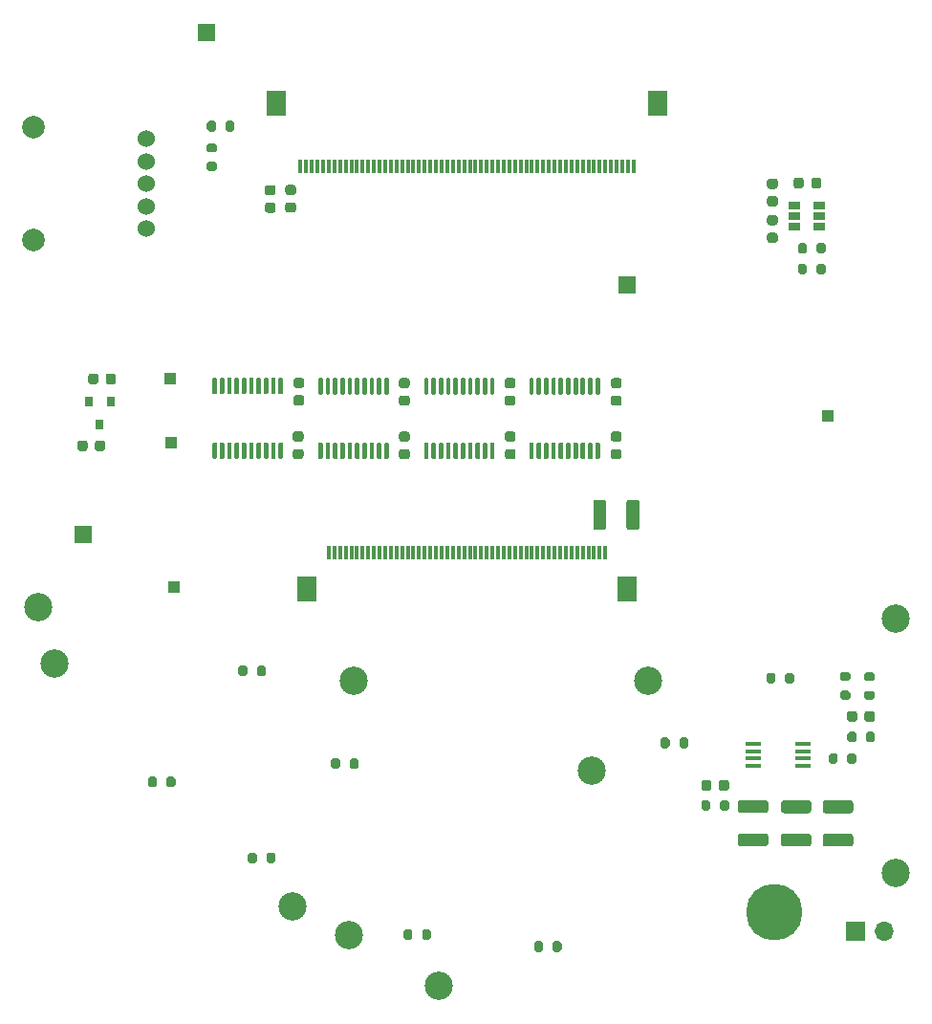
<source format=gbs>
G04 #@! TF.GenerationSoftware,KiCad,Pcbnew,(5.1.10-1-10_14)*
G04 #@! TF.CreationDate,2021-11-03T14:22:48+01:00*
G04 #@! TF.ProjectId,hi-board,68692d62-6f61-4726-942e-6b696361645f,rev?*
G04 #@! TF.SameCoordinates,Original*
G04 #@! TF.FileFunction,Soldermask,Bot*
G04 #@! TF.FilePolarity,Negative*
%FSLAX46Y46*%
G04 Gerber Fmt 4.6, Leading zero omitted, Abs format (unit mm)*
G04 Created by KiCad (PCBNEW (5.1.10-1-10_14)) date 2021-11-03 14:22:48*
%MOMM*%
%LPD*%
G01*
G04 APERTURE LIST*
%ADD10C,2.500000*%
%ADD11C,5.000000*%
%ADD12R,0.300000X1.300000*%
%ADD13R,1.800000X2.200000*%
%ADD14R,1.700000X1.700000*%
%ADD15O,1.700000X1.700000*%
%ADD16C,1.524000*%
%ADD17C,2.000000*%
%ADD18R,1.450000X0.450000*%
%ADD19R,1.060000X0.650000*%
%ADD20R,0.800000X0.900000*%
%ADD21R,1.500000X1.500000*%
%ADD22R,1.000000X1.000000*%
G04 APERTURE END LIST*
D10*
X38000000Y9500000D03*
X30000000Y14000000D03*
X25000000Y16500000D03*
X4000000Y38000000D03*
X2500000Y43000000D03*
X30500000Y36500000D03*
X51500000Y28500000D03*
X56500000Y36500000D03*
X78500000Y42000000D03*
D11*
X67700000Y16000000D03*
D10*
X78500000Y19500000D03*
G36*
G01*
X74155000Y33070000D02*
X74155000Y33570000D01*
G75*
G02*
X74380000Y33795000I225000J0D01*
G01*
X74830000Y33795000D01*
G75*
G02*
X75055000Y33570000I0J-225000D01*
G01*
X75055000Y33070000D01*
G75*
G02*
X74830000Y32845000I-225000J0D01*
G01*
X74380000Y32845000D01*
G75*
G02*
X74155000Y33070000I0J225000D01*
G01*
G37*
G36*
G01*
X75705000Y33070000D02*
X75705000Y33570000D01*
G75*
G02*
X75930000Y33795000I225000J0D01*
G01*
X76380000Y33795000D01*
G75*
G02*
X76605000Y33570000I0J-225000D01*
G01*
X76605000Y33070000D01*
G75*
G02*
X76380000Y32845000I-225000J0D01*
G01*
X75930000Y32845000D01*
G75*
G02*
X75705000Y33070000I0J225000D01*
G01*
G37*
G36*
G01*
X62155000Y27470000D02*
X62155000Y26970000D01*
G75*
G02*
X61930000Y26745000I-225000J0D01*
G01*
X61480000Y26745000D01*
G75*
G02*
X61255000Y26970000I0J225000D01*
G01*
X61255000Y27470000D01*
G75*
G02*
X61480000Y27695000I225000J0D01*
G01*
X61930000Y27695000D01*
G75*
G02*
X62155000Y27470000I0J-225000D01*
G01*
G37*
G36*
G01*
X63705000Y27470000D02*
X63705000Y26970000D01*
G75*
G02*
X63480000Y26745000I-225000J0D01*
G01*
X63030000Y26745000D01*
G75*
G02*
X62805000Y26970000I0J225000D01*
G01*
X62805000Y27470000D01*
G75*
G02*
X63030000Y27695000I225000J0D01*
G01*
X63480000Y27695000D01*
G75*
G02*
X63705000Y27470000I0J-225000D01*
G01*
G37*
G36*
G01*
X67800000Y78495000D02*
X67300000Y78495000D01*
G75*
G02*
X67075000Y78720000I0J225000D01*
G01*
X67075000Y79170000D01*
G75*
G02*
X67300000Y79395000I225000J0D01*
G01*
X67800000Y79395000D01*
G75*
G02*
X68025000Y79170000I0J-225000D01*
G01*
X68025000Y78720000D01*
G75*
G02*
X67800000Y78495000I-225000J0D01*
G01*
G37*
G36*
G01*
X67800000Y80045000D02*
X67300000Y80045000D01*
G75*
G02*
X67075000Y80270000I0J225000D01*
G01*
X67075000Y80720000D01*
G75*
G02*
X67300000Y80945000I225000J0D01*
G01*
X67800000Y80945000D01*
G75*
G02*
X68025000Y80720000I0J-225000D01*
G01*
X68025000Y80270000D01*
G75*
G02*
X67800000Y80045000I-225000J0D01*
G01*
G37*
G36*
G01*
X67300000Y76165000D02*
X67800000Y76165000D01*
G75*
G02*
X68025000Y75940000I0J-225000D01*
G01*
X68025000Y75490000D01*
G75*
G02*
X67800000Y75265000I-225000J0D01*
G01*
X67300000Y75265000D01*
G75*
G02*
X67075000Y75490000I0J225000D01*
G01*
X67075000Y75940000D01*
G75*
G02*
X67300000Y76165000I225000J0D01*
G01*
G37*
G36*
G01*
X67300000Y77715000D02*
X67800000Y77715000D01*
G75*
G02*
X68025000Y77490000I0J-225000D01*
G01*
X68025000Y77040000D01*
G75*
G02*
X67800000Y76815000I-225000J0D01*
G01*
X67300000Y76815000D01*
G75*
G02*
X67075000Y77040000I0J225000D01*
G01*
X67075000Y77490000D01*
G75*
G02*
X67300000Y77715000I225000J0D01*
G01*
G37*
G36*
G01*
X8435000Y57550000D02*
X8435000Y57050000D01*
G75*
G02*
X8210000Y56825000I-225000J0D01*
G01*
X7760000Y56825000D01*
G75*
G02*
X7535000Y57050000I0J225000D01*
G01*
X7535000Y57550000D01*
G75*
G02*
X7760000Y57775000I225000J0D01*
G01*
X8210000Y57775000D01*
G75*
G02*
X8435000Y57550000I0J-225000D01*
G01*
G37*
G36*
G01*
X6885000Y57550000D02*
X6885000Y57050000D01*
G75*
G02*
X6660000Y56825000I-225000J0D01*
G01*
X6210000Y56825000D01*
G75*
G02*
X5985000Y57050000I0J225000D01*
G01*
X5985000Y57550000D01*
G75*
G02*
X6210000Y57775000I225000J0D01*
G01*
X6660000Y57775000D01*
G75*
G02*
X6885000Y57550000I0J-225000D01*
G01*
G37*
G36*
G01*
X9395000Y63460000D02*
X9395000Y62960000D01*
G75*
G02*
X9170000Y62735000I-225000J0D01*
G01*
X8720000Y62735000D01*
G75*
G02*
X8495000Y62960000I0J225000D01*
G01*
X8495000Y63460000D01*
G75*
G02*
X8720000Y63685000I225000J0D01*
G01*
X9170000Y63685000D01*
G75*
G02*
X9395000Y63460000I0J-225000D01*
G01*
G37*
G36*
G01*
X7845000Y63460000D02*
X7845000Y62960000D01*
G75*
G02*
X7620000Y62735000I-225000J0D01*
G01*
X7170000Y62735000D01*
G75*
G02*
X6945000Y62960000I0J225000D01*
G01*
X6945000Y63460000D01*
G75*
G02*
X7170000Y63685000I225000J0D01*
G01*
X7620000Y63685000D01*
G75*
G02*
X7845000Y63460000I0J-225000D01*
G01*
G37*
G36*
G01*
X53970000Y60835000D02*
X53470000Y60835000D01*
G75*
G02*
X53245000Y61060000I0J225000D01*
G01*
X53245000Y61510000D01*
G75*
G02*
X53470000Y61735000I225000J0D01*
G01*
X53970000Y61735000D01*
G75*
G02*
X54195000Y61510000I0J-225000D01*
G01*
X54195000Y61060000D01*
G75*
G02*
X53970000Y60835000I-225000J0D01*
G01*
G37*
G36*
G01*
X53970000Y62385000D02*
X53470000Y62385000D01*
G75*
G02*
X53245000Y62610000I0J225000D01*
G01*
X53245000Y63060000D01*
G75*
G02*
X53470000Y63285000I225000J0D01*
G01*
X53970000Y63285000D01*
G75*
G02*
X54195000Y63060000I0J-225000D01*
G01*
X54195000Y62610000D01*
G75*
G02*
X53970000Y62385000I-225000J0D01*
G01*
G37*
G36*
G01*
X44560000Y62395000D02*
X44060000Y62395000D01*
G75*
G02*
X43835000Y62620000I0J225000D01*
G01*
X43835000Y63070000D01*
G75*
G02*
X44060000Y63295000I225000J0D01*
G01*
X44560000Y63295000D01*
G75*
G02*
X44785000Y63070000I0J-225000D01*
G01*
X44785000Y62620000D01*
G75*
G02*
X44560000Y62395000I-225000J0D01*
G01*
G37*
G36*
G01*
X44560000Y60845000D02*
X44060000Y60845000D01*
G75*
G02*
X43835000Y61070000I0J225000D01*
G01*
X43835000Y61520000D01*
G75*
G02*
X44060000Y61745000I225000J0D01*
G01*
X44560000Y61745000D01*
G75*
G02*
X44785000Y61520000I0J-225000D01*
G01*
X44785000Y61070000D01*
G75*
G02*
X44560000Y60845000I-225000J0D01*
G01*
G37*
G36*
G01*
X35190000Y60835000D02*
X34690000Y60835000D01*
G75*
G02*
X34465000Y61060000I0J225000D01*
G01*
X34465000Y61510000D01*
G75*
G02*
X34690000Y61735000I225000J0D01*
G01*
X35190000Y61735000D01*
G75*
G02*
X35415000Y61510000I0J-225000D01*
G01*
X35415000Y61060000D01*
G75*
G02*
X35190000Y60835000I-225000J0D01*
G01*
G37*
G36*
G01*
X35190000Y62385000D02*
X34690000Y62385000D01*
G75*
G02*
X34465000Y62610000I0J225000D01*
G01*
X34465000Y63060000D01*
G75*
G02*
X34690000Y63285000I225000J0D01*
G01*
X35190000Y63285000D01*
G75*
G02*
X35415000Y63060000I0J-225000D01*
G01*
X35415000Y62610000D01*
G75*
G02*
X35190000Y62385000I-225000J0D01*
G01*
G37*
G36*
G01*
X25850000Y62415000D02*
X25350000Y62415000D01*
G75*
G02*
X25125000Y62640000I0J225000D01*
G01*
X25125000Y63090000D01*
G75*
G02*
X25350000Y63315000I225000J0D01*
G01*
X25850000Y63315000D01*
G75*
G02*
X26075000Y63090000I0J-225000D01*
G01*
X26075000Y62640000D01*
G75*
G02*
X25850000Y62415000I-225000J0D01*
G01*
G37*
G36*
G01*
X25850000Y60865000D02*
X25350000Y60865000D01*
G75*
G02*
X25125000Y61090000I0J225000D01*
G01*
X25125000Y61540000D01*
G75*
G02*
X25350000Y61765000I225000J0D01*
G01*
X25850000Y61765000D01*
G75*
G02*
X26075000Y61540000I0J-225000D01*
G01*
X26075000Y61090000D01*
G75*
G02*
X25850000Y60865000I-225000J0D01*
G01*
G37*
G36*
G01*
X22820000Y80375000D02*
X23320000Y80375000D01*
G75*
G02*
X23545000Y80150000I0J-225000D01*
G01*
X23545000Y79700000D01*
G75*
G02*
X23320000Y79475000I-225000J0D01*
G01*
X22820000Y79475000D01*
G75*
G02*
X22595000Y79700000I0J225000D01*
G01*
X22595000Y80150000D01*
G75*
G02*
X22820000Y80375000I225000J0D01*
G01*
G37*
G36*
G01*
X22820000Y78825000D02*
X23320000Y78825000D01*
G75*
G02*
X23545000Y78600000I0J-225000D01*
G01*
X23545000Y78150000D01*
G75*
G02*
X23320000Y77925000I-225000J0D01*
G01*
X22820000Y77925000D01*
G75*
G02*
X22595000Y78150000I0J225000D01*
G01*
X22595000Y78600000D01*
G75*
G02*
X22820000Y78825000I225000J0D01*
G01*
G37*
G36*
G01*
X24630000Y78845000D02*
X25130000Y78845000D01*
G75*
G02*
X25355000Y78620000I0J-225000D01*
G01*
X25355000Y78170000D01*
G75*
G02*
X25130000Y77945000I-225000J0D01*
G01*
X24630000Y77945000D01*
G75*
G02*
X24405000Y78170000I0J225000D01*
G01*
X24405000Y78620000D01*
G75*
G02*
X24630000Y78845000I225000J0D01*
G01*
G37*
G36*
G01*
X24630000Y80395000D02*
X25130000Y80395000D01*
G75*
G02*
X25355000Y80170000I0J-225000D01*
G01*
X25355000Y79720000D01*
G75*
G02*
X25130000Y79495000I-225000J0D01*
G01*
X24630000Y79495000D01*
G75*
G02*
X24405000Y79720000I0J225000D01*
G01*
X24405000Y80170000D01*
G75*
G02*
X24630000Y80395000I225000J0D01*
G01*
G37*
G36*
G01*
X53460000Y58555000D02*
X53960000Y58555000D01*
G75*
G02*
X54185000Y58330000I0J-225000D01*
G01*
X54185000Y57880000D01*
G75*
G02*
X53960000Y57655000I-225000J0D01*
G01*
X53460000Y57655000D01*
G75*
G02*
X53235000Y57880000I0J225000D01*
G01*
X53235000Y58330000D01*
G75*
G02*
X53460000Y58555000I225000J0D01*
G01*
G37*
G36*
G01*
X53460000Y57005000D02*
X53960000Y57005000D01*
G75*
G02*
X54185000Y56780000I0J-225000D01*
G01*
X54185000Y56330000D01*
G75*
G02*
X53960000Y56105000I-225000J0D01*
G01*
X53460000Y56105000D01*
G75*
G02*
X53235000Y56330000I0J225000D01*
G01*
X53235000Y56780000D01*
G75*
G02*
X53460000Y57005000I225000J0D01*
G01*
G37*
G36*
G01*
X44080000Y57005000D02*
X44580000Y57005000D01*
G75*
G02*
X44805000Y56780000I0J-225000D01*
G01*
X44805000Y56330000D01*
G75*
G02*
X44580000Y56105000I-225000J0D01*
G01*
X44080000Y56105000D01*
G75*
G02*
X43855000Y56330000I0J225000D01*
G01*
X43855000Y56780000D01*
G75*
G02*
X44080000Y57005000I225000J0D01*
G01*
G37*
G36*
G01*
X44080000Y58555000D02*
X44580000Y58555000D01*
G75*
G02*
X44805000Y58330000I0J-225000D01*
G01*
X44805000Y57880000D01*
G75*
G02*
X44580000Y57655000I-225000J0D01*
G01*
X44080000Y57655000D01*
G75*
G02*
X43855000Y57880000I0J225000D01*
G01*
X43855000Y58330000D01*
G75*
G02*
X44080000Y58555000I225000J0D01*
G01*
G37*
G36*
G01*
X34700000Y57005000D02*
X35200000Y57005000D01*
G75*
G02*
X35425000Y56780000I0J-225000D01*
G01*
X35425000Y56330000D01*
G75*
G02*
X35200000Y56105000I-225000J0D01*
G01*
X34700000Y56105000D01*
G75*
G02*
X34475000Y56330000I0J225000D01*
G01*
X34475000Y56780000D01*
G75*
G02*
X34700000Y57005000I225000J0D01*
G01*
G37*
G36*
G01*
X34700000Y58555000D02*
X35200000Y58555000D01*
G75*
G02*
X35425000Y58330000I0J-225000D01*
G01*
X35425000Y57880000D01*
G75*
G02*
X35200000Y57655000I-225000J0D01*
G01*
X34700000Y57655000D01*
G75*
G02*
X34475000Y57880000I0J225000D01*
G01*
X34475000Y58330000D01*
G75*
G02*
X34700000Y58555000I225000J0D01*
G01*
G37*
G36*
G01*
X25290000Y57015000D02*
X25790000Y57015000D01*
G75*
G02*
X26015000Y56790000I0J-225000D01*
G01*
X26015000Y56340000D01*
G75*
G02*
X25790000Y56115000I-225000J0D01*
G01*
X25290000Y56115000D01*
G75*
G02*
X25065000Y56340000I0J225000D01*
G01*
X25065000Y56790000D01*
G75*
G02*
X25290000Y57015000I225000J0D01*
G01*
G37*
G36*
G01*
X25290000Y58565000D02*
X25790000Y58565000D01*
G75*
G02*
X26015000Y58340000I0J-225000D01*
G01*
X26015000Y57890000D01*
G75*
G02*
X25790000Y57665000I-225000J0D01*
G01*
X25290000Y57665000D01*
G75*
G02*
X25065000Y57890000I0J225000D01*
G01*
X25065000Y58340000D01*
G75*
G02*
X25290000Y58565000I225000J0D01*
G01*
G37*
D12*
X28250000Y47850000D03*
X28750000Y47850000D03*
X29250000Y47850000D03*
X29750000Y47850000D03*
X30250000Y47850000D03*
X30750000Y47850000D03*
X31250000Y47850000D03*
X31750000Y47850000D03*
X32250000Y47850000D03*
X32750000Y47850000D03*
X33250000Y47850000D03*
X33750000Y47850000D03*
X34250000Y47850000D03*
X34750000Y47850000D03*
X35250000Y47850000D03*
X35750000Y47850000D03*
X36250000Y47850000D03*
X36750000Y47850000D03*
X37250000Y47850000D03*
X37750000Y47850000D03*
X38250000Y47850000D03*
X38750000Y47850000D03*
X39250000Y47850000D03*
X39750000Y47850000D03*
X40250000Y47850000D03*
X40750000Y47850000D03*
X41250000Y47850000D03*
X41750000Y47850000D03*
X42250000Y47850000D03*
X42750000Y47850000D03*
X43250000Y47850000D03*
X43750000Y47850000D03*
X44250000Y47850000D03*
X44750000Y47850000D03*
X45250000Y47850000D03*
X45750000Y47850000D03*
X46250000Y47850000D03*
X46750000Y47850000D03*
X47250000Y47850000D03*
X47750000Y47850000D03*
X48250000Y47850000D03*
X48750000Y47850000D03*
X49250000Y47850000D03*
X49750000Y47850000D03*
X50250000Y47850000D03*
X50750000Y47850000D03*
X51250000Y47850000D03*
X51750000Y47850000D03*
X52250000Y47850000D03*
X52750000Y47850000D03*
D13*
X54650000Y44600000D03*
X26350000Y44600000D03*
D14*
X74930000Y14340000D03*
D15*
X77470000Y14340000D03*
G36*
G01*
X69425000Y80303750D02*
X69425000Y80816250D01*
G75*
G02*
X69643750Y81035000I218750J0D01*
G01*
X70081250Y81035000D01*
G75*
G02*
X70300000Y80816250I0J-218750D01*
G01*
X70300000Y80303750D01*
G75*
G02*
X70081250Y80085000I-218750J0D01*
G01*
X69643750Y80085000D01*
G75*
G02*
X69425000Y80303750I0J218750D01*
G01*
G37*
G36*
G01*
X71000000Y80303750D02*
X71000000Y80816250D01*
G75*
G02*
X71218750Y81035000I218750J0D01*
G01*
X71656250Y81035000D01*
G75*
G02*
X71875000Y80816250I0J-218750D01*
G01*
X71875000Y80303750D01*
G75*
G02*
X71656250Y80085000I-218750J0D01*
G01*
X71218750Y80085000D01*
G75*
G02*
X71000000Y80303750I0J218750D01*
G01*
G37*
G36*
G01*
X74265000Y34805000D02*
X73715000Y34805000D01*
G75*
G02*
X73515000Y35005000I0J200000D01*
G01*
X73515000Y35405000D01*
G75*
G02*
X73715000Y35605000I200000J0D01*
G01*
X74265000Y35605000D01*
G75*
G02*
X74465000Y35405000I0J-200000D01*
G01*
X74465000Y35005000D01*
G75*
G02*
X74265000Y34805000I-200000J0D01*
G01*
G37*
G36*
G01*
X74265000Y36455000D02*
X73715000Y36455000D01*
G75*
G02*
X73515000Y36655000I0J200000D01*
G01*
X73515000Y37055000D01*
G75*
G02*
X73715000Y37255000I200000J0D01*
G01*
X74265000Y37255000D01*
G75*
G02*
X74465000Y37055000I0J-200000D01*
G01*
X74465000Y36655000D01*
G75*
G02*
X74265000Y36455000I-200000J0D01*
G01*
G37*
G36*
G01*
X76405000Y34795000D02*
X75855000Y34795000D01*
G75*
G02*
X75655000Y34995000I0J200000D01*
G01*
X75655000Y35395000D01*
G75*
G02*
X75855000Y35595000I200000J0D01*
G01*
X76405000Y35595000D01*
G75*
G02*
X76605000Y35395000I0J-200000D01*
G01*
X76605000Y34995000D01*
G75*
G02*
X76405000Y34795000I-200000J0D01*
G01*
G37*
G36*
G01*
X76405000Y36445000D02*
X75855000Y36445000D01*
G75*
G02*
X75655000Y36645000I0J200000D01*
G01*
X75655000Y37045000D01*
G75*
G02*
X75855000Y37245000I200000J0D01*
G01*
X76405000Y37245000D01*
G75*
G02*
X76605000Y37045000I0J-200000D01*
G01*
X76605000Y36645000D01*
G75*
G02*
X76405000Y36445000I-200000J0D01*
G01*
G37*
G36*
G01*
X72525000Y29315000D02*
X72525000Y29865000D01*
G75*
G02*
X72725000Y30065000I200000J0D01*
G01*
X73125000Y30065000D01*
G75*
G02*
X73325000Y29865000I0J-200000D01*
G01*
X73325000Y29315000D01*
G75*
G02*
X73125000Y29115000I-200000J0D01*
G01*
X72725000Y29115000D01*
G75*
G02*
X72525000Y29315000I0J200000D01*
G01*
G37*
G36*
G01*
X74175000Y29315000D02*
X74175000Y29865000D01*
G75*
G02*
X74375000Y30065000I200000J0D01*
G01*
X74775000Y30065000D01*
G75*
G02*
X74975000Y29865000I0J-200000D01*
G01*
X74975000Y29315000D01*
G75*
G02*
X74775000Y29115000I-200000J0D01*
G01*
X74375000Y29115000D01*
G75*
G02*
X74175000Y29315000I0J200000D01*
G01*
G37*
G36*
G01*
X74185000Y31225000D02*
X74185000Y31775000D01*
G75*
G02*
X74385000Y31975000I200000J0D01*
G01*
X74785000Y31975000D01*
G75*
G02*
X74985000Y31775000I0J-200000D01*
G01*
X74985000Y31225000D01*
G75*
G02*
X74785000Y31025000I-200000J0D01*
G01*
X74385000Y31025000D01*
G75*
G02*
X74185000Y31225000I0J200000D01*
G01*
G37*
G36*
G01*
X75835000Y31225000D02*
X75835000Y31775000D01*
G75*
G02*
X76035000Y31975000I200000J0D01*
G01*
X76435000Y31975000D01*
G75*
G02*
X76635000Y31775000I0J-200000D01*
G01*
X76635000Y31225000D01*
G75*
G02*
X76435000Y31025000I-200000J0D01*
G01*
X76035000Y31025000D01*
G75*
G02*
X75835000Y31225000I0J200000D01*
G01*
G37*
G36*
G01*
X62895000Y25175000D02*
X62895000Y25725000D01*
G75*
G02*
X63095000Y25925000I200000J0D01*
G01*
X63495000Y25925000D01*
G75*
G02*
X63695000Y25725000I0J-200000D01*
G01*
X63695000Y25175000D01*
G75*
G02*
X63495000Y24975000I-200000J0D01*
G01*
X63095000Y24975000D01*
G75*
G02*
X62895000Y25175000I0J200000D01*
G01*
G37*
G36*
G01*
X61245000Y25175000D02*
X61245000Y25725000D01*
G75*
G02*
X61445000Y25925000I200000J0D01*
G01*
X61845000Y25925000D01*
G75*
G02*
X62045000Y25725000I0J-200000D01*
G01*
X62045000Y25175000D01*
G75*
G02*
X61845000Y24975000I-200000J0D01*
G01*
X61445000Y24975000D01*
G75*
G02*
X61245000Y25175000I0J200000D01*
G01*
G37*
G36*
G01*
X19905000Y85865000D02*
X19905000Y85315000D01*
G75*
G02*
X19705000Y85115000I-200000J0D01*
G01*
X19305000Y85115000D01*
G75*
G02*
X19105000Y85315000I0J200000D01*
G01*
X19105000Y85865000D01*
G75*
G02*
X19305000Y86065000I200000J0D01*
G01*
X19705000Y86065000D01*
G75*
G02*
X19905000Y85865000I0J-200000D01*
G01*
G37*
G36*
G01*
X18255000Y85865000D02*
X18255000Y85315000D01*
G75*
G02*
X18055000Y85115000I-200000J0D01*
G01*
X17655000Y85115000D01*
G75*
G02*
X17455000Y85315000I0J200000D01*
G01*
X17455000Y85865000D01*
G75*
G02*
X17655000Y86065000I200000J0D01*
G01*
X18055000Y86065000D01*
G75*
G02*
X18255000Y85865000I0J-200000D01*
G01*
G37*
G36*
G01*
X69805000Y74505000D02*
X69805000Y75055000D01*
G75*
G02*
X70005000Y75255000I200000J0D01*
G01*
X70405000Y75255000D01*
G75*
G02*
X70605000Y75055000I0J-200000D01*
G01*
X70605000Y74505000D01*
G75*
G02*
X70405000Y74305000I-200000J0D01*
G01*
X70005000Y74305000D01*
G75*
G02*
X69805000Y74505000I0J200000D01*
G01*
G37*
G36*
G01*
X71455000Y74505000D02*
X71455000Y75055000D01*
G75*
G02*
X71655000Y75255000I200000J0D01*
G01*
X72055000Y75255000D01*
G75*
G02*
X72255000Y75055000I0J-200000D01*
G01*
X72255000Y74505000D01*
G75*
G02*
X72055000Y74305000I-200000J0D01*
G01*
X71655000Y74305000D01*
G75*
G02*
X71455000Y74505000I0J200000D01*
G01*
G37*
G36*
G01*
X70605000Y73215000D02*
X70605000Y72665000D01*
G75*
G02*
X70405000Y72465000I-200000J0D01*
G01*
X70005000Y72465000D01*
G75*
G02*
X69805000Y72665000I0J200000D01*
G01*
X69805000Y73215000D01*
G75*
G02*
X70005000Y73415000I200000J0D01*
G01*
X70405000Y73415000D01*
G75*
G02*
X70605000Y73215000I0J-200000D01*
G01*
G37*
G36*
G01*
X72255000Y73215000D02*
X72255000Y72665000D01*
G75*
G02*
X72055000Y72465000I-200000J0D01*
G01*
X71655000Y72465000D01*
G75*
G02*
X71455000Y72665000I0J200000D01*
G01*
X71455000Y73215000D01*
G75*
G02*
X71655000Y73415000I200000J0D01*
G01*
X72055000Y73415000D01*
G75*
G02*
X72255000Y73215000I0J-200000D01*
G01*
G37*
G36*
G01*
X21045000Y37635000D02*
X21045000Y37085000D01*
G75*
G02*
X20845000Y36885000I-200000J0D01*
G01*
X20445000Y36885000D01*
G75*
G02*
X20245000Y37085000I0J200000D01*
G01*
X20245000Y37635000D01*
G75*
G02*
X20445000Y37835000I200000J0D01*
G01*
X20845000Y37835000D01*
G75*
G02*
X21045000Y37635000I0J-200000D01*
G01*
G37*
G36*
G01*
X22695000Y37635000D02*
X22695000Y37085000D01*
G75*
G02*
X22495000Y36885000I-200000J0D01*
G01*
X22095000Y36885000D01*
G75*
G02*
X21895000Y37085000I0J200000D01*
G01*
X21895000Y37635000D01*
G75*
G02*
X22095000Y37835000I200000J0D01*
G01*
X22495000Y37835000D01*
G75*
G02*
X22695000Y37635000I0J-200000D01*
G01*
G37*
G36*
G01*
X68665000Y36445000D02*
X68665000Y36995000D01*
G75*
G02*
X68865000Y37195000I200000J0D01*
G01*
X69265000Y37195000D01*
G75*
G02*
X69465000Y36995000I0J-200000D01*
G01*
X69465000Y36445000D01*
G75*
G02*
X69265000Y36245000I-200000J0D01*
G01*
X68865000Y36245000D01*
G75*
G02*
X68665000Y36445000I0J200000D01*
G01*
G37*
G36*
G01*
X67015000Y36445000D02*
X67015000Y36995000D01*
G75*
G02*
X67215000Y37195000I200000J0D01*
G01*
X67615000Y37195000D01*
G75*
G02*
X67815000Y36995000I0J-200000D01*
G01*
X67815000Y36445000D01*
G75*
G02*
X67615000Y36245000I-200000J0D01*
G01*
X67215000Y36245000D01*
G75*
G02*
X67015000Y36445000I0J200000D01*
G01*
G37*
G36*
G01*
X21895000Y21075000D02*
X21895000Y20525000D01*
G75*
G02*
X21695000Y20325000I-200000J0D01*
G01*
X21295000Y20325000D01*
G75*
G02*
X21095000Y20525000I0J200000D01*
G01*
X21095000Y21075000D01*
G75*
G02*
X21295000Y21275000I200000J0D01*
G01*
X21695000Y21275000D01*
G75*
G02*
X21895000Y21075000I0J-200000D01*
G01*
G37*
G36*
G01*
X23545000Y21075000D02*
X23545000Y20525000D01*
G75*
G02*
X23345000Y20325000I-200000J0D01*
G01*
X22945000Y20325000D01*
G75*
G02*
X22745000Y20525000I0J200000D01*
G01*
X22745000Y21075000D01*
G75*
G02*
X22945000Y21275000I200000J0D01*
G01*
X23345000Y21275000D01*
G75*
G02*
X23545000Y21075000I0J-200000D01*
G01*
G37*
G36*
G01*
X57645000Y30715000D02*
X57645000Y31265000D01*
G75*
G02*
X57845000Y31465000I200000J0D01*
G01*
X58245000Y31465000D01*
G75*
G02*
X58445000Y31265000I0J-200000D01*
G01*
X58445000Y30715000D01*
G75*
G02*
X58245000Y30515000I-200000J0D01*
G01*
X57845000Y30515000D01*
G75*
G02*
X57645000Y30715000I0J200000D01*
G01*
G37*
G36*
G01*
X59295000Y30715000D02*
X59295000Y31265000D01*
G75*
G02*
X59495000Y31465000I200000J0D01*
G01*
X59895000Y31465000D01*
G75*
G02*
X60095000Y31265000I0J-200000D01*
G01*
X60095000Y30715000D01*
G75*
G02*
X59895000Y30515000I-200000J0D01*
G01*
X59495000Y30515000D01*
G75*
G02*
X59295000Y30715000I0J200000D01*
G01*
G37*
G36*
G01*
X13025000Y27795000D02*
X13025000Y27245000D01*
G75*
G02*
X12825000Y27045000I-200000J0D01*
G01*
X12425000Y27045000D01*
G75*
G02*
X12225000Y27245000I0J200000D01*
G01*
X12225000Y27795000D01*
G75*
G02*
X12425000Y27995000I200000J0D01*
G01*
X12825000Y27995000D01*
G75*
G02*
X13025000Y27795000I0J-200000D01*
G01*
G37*
G36*
G01*
X14675000Y27795000D02*
X14675000Y27245000D01*
G75*
G02*
X14475000Y27045000I-200000J0D01*
G01*
X14075000Y27045000D01*
G75*
G02*
X13875000Y27245000I0J200000D01*
G01*
X13875000Y27795000D01*
G75*
G02*
X14075000Y27995000I200000J0D01*
G01*
X14475000Y27995000D01*
G75*
G02*
X14675000Y27795000I0J-200000D01*
G01*
G37*
G36*
G01*
X47225000Y13215000D02*
X47225000Y12665000D01*
G75*
G02*
X47025000Y12465000I-200000J0D01*
G01*
X46625000Y12465000D01*
G75*
G02*
X46425000Y12665000I0J200000D01*
G01*
X46425000Y13215000D01*
G75*
G02*
X46625000Y13415000I200000J0D01*
G01*
X47025000Y13415000D01*
G75*
G02*
X47225000Y13215000I0J-200000D01*
G01*
G37*
G36*
G01*
X48875000Y13215000D02*
X48875000Y12665000D01*
G75*
G02*
X48675000Y12465000I-200000J0D01*
G01*
X48275000Y12465000D01*
G75*
G02*
X48075000Y12665000I0J200000D01*
G01*
X48075000Y13215000D01*
G75*
G02*
X48275000Y13415000I200000J0D01*
G01*
X48675000Y13415000D01*
G75*
G02*
X48875000Y13215000I0J-200000D01*
G01*
G37*
G36*
G01*
X29240000Y29415000D02*
X29240000Y28865000D01*
G75*
G02*
X29040000Y28665000I-200000J0D01*
G01*
X28640000Y28665000D01*
G75*
G02*
X28440000Y28865000I0J200000D01*
G01*
X28440000Y29415000D01*
G75*
G02*
X28640000Y29615000I200000J0D01*
G01*
X29040000Y29615000D01*
G75*
G02*
X29240000Y29415000I0J-200000D01*
G01*
G37*
G36*
G01*
X30890000Y29415000D02*
X30890000Y28865000D01*
G75*
G02*
X30690000Y28665000I-200000J0D01*
G01*
X30290000Y28665000D01*
G75*
G02*
X30090000Y28865000I0J200000D01*
G01*
X30090000Y29415000D01*
G75*
G02*
X30290000Y29615000I200000J0D01*
G01*
X30690000Y29615000D01*
G75*
G02*
X30890000Y29415000I0J-200000D01*
G01*
G37*
G36*
G01*
X37315000Y14285000D02*
X37315000Y13735000D01*
G75*
G02*
X37115000Y13535000I-200000J0D01*
G01*
X36715000Y13535000D01*
G75*
G02*
X36515000Y13735000I0J200000D01*
G01*
X36515000Y14285000D01*
G75*
G02*
X36715000Y14485000I200000J0D01*
G01*
X37115000Y14485000D01*
G75*
G02*
X37315000Y14285000I0J-200000D01*
G01*
G37*
G36*
G01*
X35665000Y14285000D02*
X35665000Y13735000D01*
G75*
G02*
X35465000Y13535000I-200000J0D01*
G01*
X35065000Y13535000D01*
G75*
G02*
X34865000Y13735000I0J200000D01*
G01*
X34865000Y14285000D01*
G75*
G02*
X35065000Y14485000I200000J0D01*
G01*
X35465000Y14485000D01*
G75*
G02*
X35665000Y14285000I0J-200000D01*
G01*
G37*
G36*
G01*
X18155000Y81625000D02*
X17605000Y81625000D01*
G75*
G02*
X17405000Y81825000I0J200000D01*
G01*
X17405000Y82225000D01*
G75*
G02*
X17605000Y82425000I200000J0D01*
G01*
X18155000Y82425000D01*
G75*
G02*
X18355000Y82225000I0J-200000D01*
G01*
X18355000Y81825000D01*
G75*
G02*
X18155000Y81625000I-200000J0D01*
G01*
G37*
G36*
G01*
X18155000Y83275000D02*
X17605000Y83275000D01*
G75*
G02*
X17405000Y83475000I0J200000D01*
G01*
X17405000Y83875000D01*
G75*
G02*
X17605000Y84075000I200000J0D01*
G01*
X18155000Y84075000D01*
G75*
G02*
X18355000Y83875000I0J-200000D01*
G01*
X18355000Y83475000D01*
G75*
G02*
X18155000Y83275000I-200000J0D01*
G01*
G37*
D16*
X12100000Y84500000D03*
X12100000Y82500000D03*
X12100000Y80500000D03*
X12100000Y78500000D03*
X12100000Y76500000D03*
D17*
X2100000Y85500000D03*
X2100000Y75500000D03*
D18*
X70250000Y30905000D03*
X70250000Y30255000D03*
X70250000Y29605000D03*
X70250000Y28955000D03*
X65850000Y28955000D03*
X65850000Y29605000D03*
X65850000Y30255000D03*
X65850000Y30905000D03*
D12*
X25750000Y82000000D03*
X26250000Y82000000D03*
X26750000Y82000000D03*
X27250000Y82000000D03*
X27750000Y82000000D03*
X28250000Y82000000D03*
X28750000Y82000000D03*
X29250000Y82000000D03*
X29750000Y82000000D03*
X30250000Y82000000D03*
X30750000Y82000000D03*
X31250000Y82000000D03*
X31750000Y82000000D03*
X32250000Y82000000D03*
X32750000Y82000000D03*
X33250000Y82000000D03*
X33750000Y82000000D03*
X34250000Y82000000D03*
X34750000Y82000000D03*
X35250000Y82000000D03*
X35750000Y82000000D03*
X36250000Y82000000D03*
X36750000Y82000000D03*
X37250000Y82000000D03*
X37750000Y82000000D03*
X38250000Y82000000D03*
X38750000Y82000000D03*
X39250000Y82000000D03*
X39750000Y82000000D03*
X40250000Y82000000D03*
X40750000Y82000000D03*
X41250000Y82000000D03*
X41750000Y82000000D03*
X42250000Y82000000D03*
X42750000Y82000000D03*
X43250000Y82000000D03*
X43750000Y82000000D03*
X44250000Y82000000D03*
X44750000Y82000000D03*
X45250000Y82000000D03*
X45750000Y82000000D03*
X46250000Y82000000D03*
X46750000Y82000000D03*
X47250000Y82000000D03*
X47750000Y82000000D03*
X48250000Y82000000D03*
X48750000Y82000000D03*
X49250000Y82000000D03*
X49750000Y82000000D03*
X50250000Y82000000D03*
X50750000Y82000000D03*
X51250000Y82000000D03*
X51750000Y82000000D03*
X52250000Y82000000D03*
X52750000Y82000000D03*
X53250000Y82000000D03*
X53750000Y82000000D03*
X54250000Y82000000D03*
X54750000Y82000000D03*
X55250000Y82000000D03*
D13*
X23600000Y87650000D03*
X57400000Y87650000D03*
D19*
X71684999Y78594999D03*
X71684999Y77644999D03*
X71684999Y76694999D03*
X69484999Y76694999D03*
X69484999Y78594999D03*
X69484999Y77644999D03*
D20*
X7020000Y61210000D03*
X8920000Y61210000D03*
X7970000Y59210000D03*
G36*
G01*
X52165000Y56100000D02*
X51965000Y56100000D01*
G75*
G02*
X51865000Y56200000I0J100000D01*
G01*
X51865000Y57475000D01*
G75*
G02*
X51965000Y57575000I100000J0D01*
G01*
X52165000Y57575000D01*
G75*
G02*
X52265000Y57475000I0J-100000D01*
G01*
X52265000Y56200000D01*
G75*
G02*
X52165000Y56100000I-100000J0D01*
G01*
G37*
G36*
G01*
X51515000Y56100000D02*
X51315000Y56100000D01*
G75*
G02*
X51215000Y56200000I0J100000D01*
G01*
X51215000Y57475000D01*
G75*
G02*
X51315000Y57575000I100000J0D01*
G01*
X51515000Y57575000D01*
G75*
G02*
X51615000Y57475000I0J-100000D01*
G01*
X51615000Y56200000D01*
G75*
G02*
X51515000Y56100000I-100000J0D01*
G01*
G37*
G36*
G01*
X50865000Y56100000D02*
X50665000Y56100000D01*
G75*
G02*
X50565000Y56200000I0J100000D01*
G01*
X50565000Y57475000D01*
G75*
G02*
X50665000Y57575000I100000J0D01*
G01*
X50865000Y57575000D01*
G75*
G02*
X50965000Y57475000I0J-100000D01*
G01*
X50965000Y56200000D01*
G75*
G02*
X50865000Y56100000I-100000J0D01*
G01*
G37*
G36*
G01*
X50215000Y56100000D02*
X50015000Y56100000D01*
G75*
G02*
X49915000Y56200000I0J100000D01*
G01*
X49915000Y57475000D01*
G75*
G02*
X50015000Y57575000I100000J0D01*
G01*
X50215000Y57575000D01*
G75*
G02*
X50315000Y57475000I0J-100000D01*
G01*
X50315000Y56200000D01*
G75*
G02*
X50215000Y56100000I-100000J0D01*
G01*
G37*
G36*
G01*
X49565000Y56100000D02*
X49365000Y56100000D01*
G75*
G02*
X49265000Y56200000I0J100000D01*
G01*
X49265000Y57475000D01*
G75*
G02*
X49365000Y57575000I100000J0D01*
G01*
X49565000Y57575000D01*
G75*
G02*
X49665000Y57475000I0J-100000D01*
G01*
X49665000Y56200000D01*
G75*
G02*
X49565000Y56100000I-100000J0D01*
G01*
G37*
G36*
G01*
X48915000Y56100000D02*
X48715000Y56100000D01*
G75*
G02*
X48615000Y56200000I0J100000D01*
G01*
X48615000Y57475000D01*
G75*
G02*
X48715000Y57575000I100000J0D01*
G01*
X48915000Y57575000D01*
G75*
G02*
X49015000Y57475000I0J-100000D01*
G01*
X49015000Y56200000D01*
G75*
G02*
X48915000Y56100000I-100000J0D01*
G01*
G37*
G36*
G01*
X48265000Y56100000D02*
X48065000Y56100000D01*
G75*
G02*
X47965000Y56200000I0J100000D01*
G01*
X47965000Y57475000D01*
G75*
G02*
X48065000Y57575000I100000J0D01*
G01*
X48265000Y57575000D01*
G75*
G02*
X48365000Y57475000I0J-100000D01*
G01*
X48365000Y56200000D01*
G75*
G02*
X48265000Y56100000I-100000J0D01*
G01*
G37*
G36*
G01*
X47615000Y56100000D02*
X47415000Y56100000D01*
G75*
G02*
X47315000Y56200000I0J100000D01*
G01*
X47315000Y57475000D01*
G75*
G02*
X47415000Y57575000I100000J0D01*
G01*
X47615000Y57575000D01*
G75*
G02*
X47715000Y57475000I0J-100000D01*
G01*
X47715000Y56200000D01*
G75*
G02*
X47615000Y56100000I-100000J0D01*
G01*
G37*
G36*
G01*
X46965000Y56100000D02*
X46765000Y56100000D01*
G75*
G02*
X46665000Y56200000I0J100000D01*
G01*
X46665000Y57475000D01*
G75*
G02*
X46765000Y57575000I100000J0D01*
G01*
X46965000Y57575000D01*
G75*
G02*
X47065000Y57475000I0J-100000D01*
G01*
X47065000Y56200000D01*
G75*
G02*
X46965000Y56100000I-100000J0D01*
G01*
G37*
G36*
G01*
X46315000Y56100000D02*
X46115000Y56100000D01*
G75*
G02*
X46015000Y56200000I0J100000D01*
G01*
X46015000Y57475000D01*
G75*
G02*
X46115000Y57575000I100000J0D01*
G01*
X46315000Y57575000D01*
G75*
G02*
X46415000Y57475000I0J-100000D01*
G01*
X46415000Y56200000D01*
G75*
G02*
X46315000Y56100000I-100000J0D01*
G01*
G37*
G36*
G01*
X46315000Y61825000D02*
X46115000Y61825000D01*
G75*
G02*
X46015000Y61925000I0J100000D01*
G01*
X46015000Y63200000D01*
G75*
G02*
X46115000Y63300000I100000J0D01*
G01*
X46315000Y63300000D01*
G75*
G02*
X46415000Y63200000I0J-100000D01*
G01*
X46415000Y61925000D01*
G75*
G02*
X46315000Y61825000I-100000J0D01*
G01*
G37*
G36*
G01*
X46965000Y61825000D02*
X46765000Y61825000D01*
G75*
G02*
X46665000Y61925000I0J100000D01*
G01*
X46665000Y63200000D01*
G75*
G02*
X46765000Y63300000I100000J0D01*
G01*
X46965000Y63300000D01*
G75*
G02*
X47065000Y63200000I0J-100000D01*
G01*
X47065000Y61925000D01*
G75*
G02*
X46965000Y61825000I-100000J0D01*
G01*
G37*
G36*
G01*
X47615000Y61825000D02*
X47415000Y61825000D01*
G75*
G02*
X47315000Y61925000I0J100000D01*
G01*
X47315000Y63200000D01*
G75*
G02*
X47415000Y63300000I100000J0D01*
G01*
X47615000Y63300000D01*
G75*
G02*
X47715000Y63200000I0J-100000D01*
G01*
X47715000Y61925000D01*
G75*
G02*
X47615000Y61825000I-100000J0D01*
G01*
G37*
G36*
G01*
X48265000Y61825000D02*
X48065000Y61825000D01*
G75*
G02*
X47965000Y61925000I0J100000D01*
G01*
X47965000Y63200000D01*
G75*
G02*
X48065000Y63300000I100000J0D01*
G01*
X48265000Y63300000D01*
G75*
G02*
X48365000Y63200000I0J-100000D01*
G01*
X48365000Y61925000D01*
G75*
G02*
X48265000Y61825000I-100000J0D01*
G01*
G37*
G36*
G01*
X48915000Y61825000D02*
X48715000Y61825000D01*
G75*
G02*
X48615000Y61925000I0J100000D01*
G01*
X48615000Y63200000D01*
G75*
G02*
X48715000Y63300000I100000J0D01*
G01*
X48915000Y63300000D01*
G75*
G02*
X49015000Y63200000I0J-100000D01*
G01*
X49015000Y61925000D01*
G75*
G02*
X48915000Y61825000I-100000J0D01*
G01*
G37*
G36*
G01*
X49565000Y61825000D02*
X49365000Y61825000D01*
G75*
G02*
X49265000Y61925000I0J100000D01*
G01*
X49265000Y63200000D01*
G75*
G02*
X49365000Y63300000I100000J0D01*
G01*
X49565000Y63300000D01*
G75*
G02*
X49665000Y63200000I0J-100000D01*
G01*
X49665000Y61925000D01*
G75*
G02*
X49565000Y61825000I-100000J0D01*
G01*
G37*
G36*
G01*
X50215000Y61825000D02*
X50015000Y61825000D01*
G75*
G02*
X49915000Y61925000I0J100000D01*
G01*
X49915000Y63200000D01*
G75*
G02*
X50015000Y63300000I100000J0D01*
G01*
X50215000Y63300000D01*
G75*
G02*
X50315000Y63200000I0J-100000D01*
G01*
X50315000Y61925000D01*
G75*
G02*
X50215000Y61825000I-100000J0D01*
G01*
G37*
G36*
G01*
X50865000Y61825000D02*
X50665000Y61825000D01*
G75*
G02*
X50565000Y61925000I0J100000D01*
G01*
X50565000Y63200000D01*
G75*
G02*
X50665000Y63300000I100000J0D01*
G01*
X50865000Y63300000D01*
G75*
G02*
X50965000Y63200000I0J-100000D01*
G01*
X50965000Y61925000D01*
G75*
G02*
X50865000Y61825000I-100000J0D01*
G01*
G37*
G36*
G01*
X51515000Y61825000D02*
X51315000Y61825000D01*
G75*
G02*
X51215000Y61925000I0J100000D01*
G01*
X51215000Y63200000D01*
G75*
G02*
X51315000Y63300000I100000J0D01*
G01*
X51515000Y63300000D01*
G75*
G02*
X51615000Y63200000I0J-100000D01*
G01*
X51615000Y61925000D01*
G75*
G02*
X51515000Y61825000I-100000J0D01*
G01*
G37*
G36*
G01*
X52165000Y61825000D02*
X51965000Y61825000D01*
G75*
G02*
X51865000Y61925000I0J100000D01*
G01*
X51865000Y63200000D01*
G75*
G02*
X51965000Y63300000I100000J0D01*
G01*
X52165000Y63300000D01*
G75*
G02*
X52265000Y63200000I0J-100000D01*
G01*
X52265000Y61925000D01*
G75*
G02*
X52165000Y61825000I-100000J0D01*
G01*
G37*
G36*
G01*
X42845000Y61825000D02*
X42645000Y61825000D01*
G75*
G02*
X42545000Y61925000I0J100000D01*
G01*
X42545000Y63200000D01*
G75*
G02*
X42645000Y63300000I100000J0D01*
G01*
X42845000Y63300000D01*
G75*
G02*
X42945000Y63200000I0J-100000D01*
G01*
X42945000Y61925000D01*
G75*
G02*
X42845000Y61825000I-100000J0D01*
G01*
G37*
G36*
G01*
X42195000Y61825000D02*
X41995000Y61825000D01*
G75*
G02*
X41895000Y61925000I0J100000D01*
G01*
X41895000Y63200000D01*
G75*
G02*
X41995000Y63300000I100000J0D01*
G01*
X42195000Y63300000D01*
G75*
G02*
X42295000Y63200000I0J-100000D01*
G01*
X42295000Y61925000D01*
G75*
G02*
X42195000Y61825000I-100000J0D01*
G01*
G37*
G36*
G01*
X41545000Y61825000D02*
X41345000Y61825000D01*
G75*
G02*
X41245000Y61925000I0J100000D01*
G01*
X41245000Y63200000D01*
G75*
G02*
X41345000Y63300000I100000J0D01*
G01*
X41545000Y63300000D01*
G75*
G02*
X41645000Y63200000I0J-100000D01*
G01*
X41645000Y61925000D01*
G75*
G02*
X41545000Y61825000I-100000J0D01*
G01*
G37*
G36*
G01*
X40895000Y61825000D02*
X40695000Y61825000D01*
G75*
G02*
X40595000Y61925000I0J100000D01*
G01*
X40595000Y63200000D01*
G75*
G02*
X40695000Y63300000I100000J0D01*
G01*
X40895000Y63300000D01*
G75*
G02*
X40995000Y63200000I0J-100000D01*
G01*
X40995000Y61925000D01*
G75*
G02*
X40895000Y61825000I-100000J0D01*
G01*
G37*
G36*
G01*
X40245000Y61825000D02*
X40045000Y61825000D01*
G75*
G02*
X39945000Y61925000I0J100000D01*
G01*
X39945000Y63200000D01*
G75*
G02*
X40045000Y63300000I100000J0D01*
G01*
X40245000Y63300000D01*
G75*
G02*
X40345000Y63200000I0J-100000D01*
G01*
X40345000Y61925000D01*
G75*
G02*
X40245000Y61825000I-100000J0D01*
G01*
G37*
G36*
G01*
X39595000Y61825000D02*
X39395000Y61825000D01*
G75*
G02*
X39295000Y61925000I0J100000D01*
G01*
X39295000Y63200000D01*
G75*
G02*
X39395000Y63300000I100000J0D01*
G01*
X39595000Y63300000D01*
G75*
G02*
X39695000Y63200000I0J-100000D01*
G01*
X39695000Y61925000D01*
G75*
G02*
X39595000Y61825000I-100000J0D01*
G01*
G37*
G36*
G01*
X38945000Y61825000D02*
X38745000Y61825000D01*
G75*
G02*
X38645000Y61925000I0J100000D01*
G01*
X38645000Y63200000D01*
G75*
G02*
X38745000Y63300000I100000J0D01*
G01*
X38945000Y63300000D01*
G75*
G02*
X39045000Y63200000I0J-100000D01*
G01*
X39045000Y61925000D01*
G75*
G02*
X38945000Y61825000I-100000J0D01*
G01*
G37*
G36*
G01*
X38295000Y61825000D02*
X38095000Y61825000D01*
G75*
G02*
X37995000Y61925000I0J100000D01*
G01*
X37995000Y63200000D01*
G75*
G02*
X38095000Y63300000I100000J0D01*
G01*
X38295000Y63300000D01*
G75*
G02*
X38395000Y63200000I0J-100000D01*
G01*
X38395000Y61925000D01*
G75*
G02*
X38295000Y61825000I-100000J0D01*
G01*
G37*
G36*
G01*
X37645000Y61825000D02*
X37445000Y61825000D01*
G75*
G02*
X37345000Y61925000I0J100000D01*
G01*
X37345000Y63200000D01*
G75*
G02*
X37445000Y63300000I100000J0D01*
G01*
X37645000Y63300000D01*
G75*
G02*
X37745000Y63200000I0J-100000D01*
G01*
X37745000Y61925000D01*
G75*
G02*
X37645000Y61825000I-100000J0D01*
G01*
G37*
G36*
G01*
X36995000Y61825000D02*
X36795000Y61825000D01*
G75*
G02*
X36695000Y61925000I0J100000D01*
G01*
X36695000Y63200000D01*
G75*
G02*
X36795000Y63300000I100000J0D01*
G01*
X36995000Y63300000D01*
G75*
G02*
X37095000Y63200000I0J-100000D01*
G01*
X37095000Y61925000D01*
G75*
G02*
X36995000Y61825000I-100000J0D01*
G01*
G37*
G36*
G01*
X36995000Y56100000D02*
X36795000Y56100000D01*
G75*
G02*
X36695000Y56200000I0J100000D01*
G01*
X36695000Y57475000D01*
G75*
G02*
X36795000Y57575000I100000J0D01*
G01*
X36995000Y57575000D01*
G75*
G02*
X37095000Y57475000I0J-100000D01*
G01*
X37095000Y56200000D01*
G75*
G02*
X36995000Y56100000I-100000J0D01*
G01*
G37*
G36*
G01*
X37645000Y56100000D02*
X37445000Y56100000D01*
G75*
G02*
X37345000Y56200000I0J100000D01*
G01*
X37345000Y57475000D01*
G75*
G02*
X37445000Y57575000I100000J0D01*
G01*
X37645000Y57575000D01*
G75*
G02*
X37745000Y57475000I0J-100000D01*
G01*
X37745000Y56200000D01*
G75*
G02*
X37645000Y56100000I-100000J0D01*
G01*
G37*
G36*
G01*
X38295000Y56100000D02*
X38095000Y56100000D01*
G75*
G02*
X37995000Y56200000I0J100000D01*
G01*
X37995000Y57475000D01*
G75*
G02*
X38095000Y57575000I100000J0D01*
G01*
X38295000Y57575000D01*
G75*
G02*
X38395000Y57475000I0J-100000D01*
G01*
X38395000Y56200000D01*
G75*
G02*
X38295000Y56100000I-100000J0D01*
G01*
G37*
G36*
G01*
X38945000Y56100000D02*
X38745000Y56100000D01*
G75*
G02*
X38645000Y56200000I0J100000D01*
G01*
X38645000Y57475000D01*
G75*
G02*
X38745000Y57575000I100000J0D01*
G01*
X38945000Y57575000D01*
G75*
G02*
X39045000Y57475000I0J-100000D01*
G01*
X39045000Y56200000D01*
G75*
G02*
X38945000Y56100000I-100000J0D01*
G01*
G37*
G36*
G01*
X39595000Y56100000D02*
X39395000Y56100000D01*
G75*
G02*
X39295000Y56200000I0J100000D01*
G01*
X39295000Y57475000D01*
G75*
G02*
X39395000Y57575000I100000J0D01*
G01*
X39595000Y57575000D01*
G75*
G02*
X39695000Y57475000I0J-100000D01*
G01*
X39695000Y56200000D01*
G75*
G02*
X39595000Y56100000I-100000J0D01*
G01*
G37*
G36*
G01*
X40245000Y56100000D02*
X40045000Y56100000D01*
G75*
G02*
X39945000Y56200000I0J100000D01*
G01*
X39945000Y57475000D01*
G75*
G02*
X40045000Y57575000I100000J0D01*
G01*
X40245000Y57575000D01*
G75*
G02*
X40345000Y57475000I0J-100000D01*
G01*
X40345000Y56200000D01*
G75*
G02*
X40245000Y56100000I-100000J0D01*
G01*
G37*
G36*
G01*
X40895000Y56100000D02*
X40695000Y56100000D01*
G75*
G02*
X40595000Y56200000I0J100000D01*
G01*
X40595000Y57475000D01*
G75*
G02*
X40695000Y57575000I100000J0D01*
G01*
X40895000Y57575000D01*
G75*
G02*
X40995000Y57475000I0J-100000D01*
G01*
X40995000Y56200000D01*
G75*
G02*
X40895000Y56100000I-100000J0D01*
G01*
G37*
G36*
G01*
X41545000Y56100000D02*
X41345000Y56100000D01*
G75*
G02*
X41245000Y56200000I0J100000D01*
G01*
X41245000Y57475000D01*
G75*
G02*
X41345000Y57575000I100000J0D01*
G01*
X41545000Y57575000D01*
G75*
G02*
X41645000Y57475000I0J-100000D01*
G01*
X41645000Y56200000D01*
G75*
G02*
X41545000Y56100000I-100000J0D01*
G01*
G37*
G36*
G01*
X42195000Y56100000D02*
X41995000Y56100000D01*
G75*
G02*
X41895000Y56200000I0J100000D01*
G01*
X41895000Y57475000D01*
G75*
G02*
X41995000Y57575000I100000J0D01*
G01*
X42195000Y57575000D01*
G75*
G02*
X42295000Y57475000I0J-100000D01*
G01*
X42295000Y56200000D01*
G75*
G02*
X42195000Y56100000I-100000J0D01*
G01*
G37*
G36*
G01*
X42845000Y56100000D02*
X42645000Y56100000D01*
G75*
G02*
X42545000Y56200000I0J100000D01*
G01*
X42545000Y57475000D01*
G75*
G02*
X42645000Y57575000I100000J0D01*
G01*
X42845000Y57575000D01*
G75*
G02*
X42945000Y57475000I0J-100000D01*
G01*
X42945000Y56200000D01*
G75*
G02*
X42845000Y56100000I-100000J0D01*
G01*
G37*
G36*
G01*
X33465000Y56100000D02*
X33265000Y56100000D01*
G75*
G02*
X33165000Y56200000I0J100000D01*
G01*
X33165000Y57475000D01*
G75*
G02*
X33265000Y57575000I100000J0D01*
G01*
X33465000Y57575000D01*
G75*
G02*
X33565000Y57475000I0J-100000D01*
G01*
X33565000Y56200000D01*
G75*
G02*
X33465000Y56100000I-100000J0D01*
G01*
G37*
G36*
G01*
X32815000Y56100000D02*
X32615000Y56100000D01*
G75*
G02*
X32515000Y56200000I0J100000D01*
G01*
X32515000Y57475000D01*
G75*
G02*
X32615000Y57575000I100000J0D01*
G01*
X32815000Y57575000D01*
G75*
G02*
X32915000Y57475000I0J-100000D01*
G01*
X32915000Y56200000D01*
G75*
G02*
X32815000Y56100000I-100000J0D01*
G01*
G37*
G36*
G01*
X32165000Y56100000D02*
X31965000Y56100000D01*
G75*
G02*
X31865000Y56200000I0J100000D01*
G01*
X31865000Y57475000D01*
G75*
G02*
X31965000Y57575000I100000J0D01*
G01*
X32165000Y57575000D01*
G75*
G02*
X32265000Y57475000I0J-100000D01*
G01*
X32265000Y56200000D01*
G75*
G02*
X32165000Y56100000I-100000J0D01*
G01*
G37*
G36*
G01*
X31515000Y56100000D02*
X31315000Y56100000D01*
G75*
G02*
X31215000Y56200000I0J100000D01*
G01*
X31215000Y57475000D01*
G75*
G02*
X31315000Y57575000I100000J0D01*
G01*
X31515000Y57575000D01*
G75*
G02*
X31615000Y57475000I0J-100000D01*
G01*
X31615000Y56200000D01*
G75*
G02*
X31515000Y56100000I-100000J0D01*
G01*
G37*
G36*
G01*
X30865000Y56100000D02*
X30665000Y56100000D01*
G75*
G02*
X30565000Y56200000I0J100000D01*
G01*
X30565000Y57475000D01*
G75*
G02*
X30665000Y57575000I100000J0D01*
G01*
X30865000Y57575000D01*
G75*
G02*
X30965000Y57475000I0J-100000D01*
G01*
X30965000Y56200000D01*
G75*
G02*
X30865000Y56100000I-100000J0D01*
G01*
G37*
G36*
G01*
X30215000Y56100000D02*
X30015000Y56100000D01*
G75*
G02*
X29915000Y56200000I0J100000D01*
G01*
X29915000Y57475000D01*
G75*
G02*
X30015000Y57575000I100000J0D01*
G01*
X30215000Y57575000D01*
G75*
G02*
X30315000Y57475000I0J-100000D01*
G01*
X30315000Y56200000D01*
G75*
G02*
X30215000Y56100000I-100000J0D01*
G01*
G37*
G36*
G01*
X29565000Y56100000D02*
X29365000Y56100000D01*
G75*
G02*
X29265000Y56200000I0J100000D01*
G01*
X29265000Y57475000D01*
G75*
G02*
X29365000Y57575000I100000J0D01*
G01*
X29565000Y57575000D01*
G75*
G02*
X29665000Y57475000I0J-100000D01*
G01*
X29665000Y56200000D01*
G75*
G02*
X29565000Y56100000I-100000J0D01*
G01*
G37*
G36*
G01*
X28915000Y56100000D02*
X28715000Y56100000D01*
G75*
G02*
X28615000Y56200000I0J100000D01*
G01*
X28615000Y57475000D01*
G75*
G02*
X28715000Y57575000I100000J0D01*
G01*
X28915000Y57575000D01*
G75*
G02*
X29015000Y57475000I0J-100000D01*
G01*
X29015000Y56200000D01*
G75*
G02*
X28915000Y56100000I-100000J0D01*
G01*
G37*
G36*
G01*
X28265000Y56100000D02*
X28065000Y56100000D01*
G75*
G02*
X27965000Y56200000I0J100000D01*
G01*
X27965000Y57475000D01*
G75*
G02*
X28065000Y57575000I100000J0D01*
G01*
X28265000Y57575000D01*
G75*
G02*
X28365000Y57475000I0J-100000D01*
G01*
X28365000Y56200000D01*
G75*
G02*
X28265000Y56100000I-100000J0D01*
G01*
G37*
G36*
G01*
X27615000Y56100000D02*
X27415000Y56100000D01*
G75*
G02*
X27315000Y56200000I0J100000D01*
G01*
X27315000Y57475000D01*
G75*
G02*
X27415000Y57575000I100000J0D01*
G01*
X27615000Y57575000D01*
G75*
G02*
X27715000Y57475000I0J-100000D01*
G01*
X27715000Y56200000D01*
G75*
G02*
X27615000Y56100000I-100000J0D01*
G01*
G37*
G36*
G01*
X27615000Y61825000D02*
X27415000Y61825000D01*
G75*
G02*
X27315000Y61925000I0J100000D01*
G01*
X27315000Y63200000D01*
G75*
G02*
X27415000Y63300000I100000J0D01*
G01*
X27615000Y63300000D01*
G75*
G02*
X27715000Y63200000I0J-100000D01*
G01*
X27715000Y61925000D01*
G75*
G02*
X27615000Y61825000I-100000J0D01*
G01*
G37*
G36*
G01*
X28265000Y61825000D02*
X28065000Y61825000D01*
G75*
G02*
X27965000Y61925000I0J100000D01*
G01*
X27965000Y63200000D01*
G75*
G02*
X28065000Y63300000I100000J0D01*
G01*
X28265000Y63300000D01*
G75*
G02*
X28365000Y63200000I0J-100000D01*
G01*
X28365000Y61925000D01*
G75*
G02*
X28265000Y61825000I-100000J0D01*
G01*
G37*
G36*
G01*
X28915000Y61825000D02*
X28715000Y61825000D01*
G75*
G02*
X28615000Y61925000I0J100000D01*
G01*
X28615000Y63200000D01*
G75*
G02*
X28715000Y63300000I100000J0D01*
G01*
X28915000Y63300000D01*
G75*
G02*
X29015000Y63200000I0J-100000D01*
G01*
X29015000Y61925000D01*
G75*
G02*
X28915000Y61825000I-100000J0D01*
G01*
G37*
G36*
G01*
X29565000Y61825000D02*
X29365000Y61825000D01*
G75*
G02*
X29265000Y61925000I0J100000D01*
G01*
X29265000Y63200000D01*
G75*
G02*
X29365000Y63300000I100000J0D01*
G01*
X29565000Y63300000D01*
G75*
G02*
X29665000Y63200000I0J-100000D01*
G01*
X29665000Y61925000D01*
G75*
G02*
X29565000Y61825000I-100000J0D01*
G01*
G37*
G36*
G01*
X30215000Y61825000D02*
X30015000Y61825000D01*
G75*
G02*
X29915000Y61925000I0J100000D01*
G01*
X29915000Y63200000D01*
G75*
G02*
X30015000Y63300000I100000J0D01*
G01*
X30215000Y63300000D01*
G75*
G02*
X30315000Y63200000I0J-100000D01*
G01*
X30315000Y61925000D01*
G75*
G02*
X30215000Y61825000I-100000J0D01*
G01*
G37*
G36*
G01*
X30865000Y61825000D02*
X30665000Y61825000D01*
G75*
G02*
X30565000Y61925000I0J100000D01*
G01*
X30565000Y63200000D01*
G75*
G02*
X30665000Y63300000I100000J0D01*
G01*
X30865000Y63300000D01*
G75*
G02*
X30965000Y63200000I0J-100000D01*
G01*
X30965000Y61925000D01*
G75*
G02*
X30865000Y61825000I-100000J0D01*
G01*
G37*
G36*
G01*
X31515000Y61825000D02*
X31315000Y61825000D01*
G75*
G02*
X31215000Y61925000I0J100000D01*
G01*
X31215000Y63200000D01*
G75*
G02*
X31315000Y63300000I100000J0D01*
G01*
X31515000Y63300000D01*
G75*
G02*
X31615000Y63200000I0J-100000D01*
G01*
X31615000Y61925000D01*
G75*
G02*
X31515000Y61825000I-100000J0D01*
G01*
G37*
G36*
G01*
X32165000Y61825000D02*
X31965000Y61825000D01*
G75*
G02*
X31865000Y61925000I0J100000D01*
G01*
X31865000Y63200000D01*
G75*
G02*
X31965000Y63300000I100000J0D01*
G01*
X32165000Y63300000D01*
G75*
G02*
X32265000Y63200000I0J-100000D01*
G01*
X32265000Y61925000D01*
G75*
G02*
X32165000Y61825000I-100000J0D01*
G01*
G37*
G36*
G01*
X32815000Y61825000D02*
X32615000Y61825000D01*
G75*
G02*
X32515000Y61925000I0J100000D01*
G01*
X32515000Y63200000D01*
G75*
G02*
X32615000Y63300000I100000J0D01*
G01*
X32815000Y63300000D01*
G75*
G02*
X32915000Y63200000I0J-100000D01*
G01*
X32915000Y61925000D01*
G75*
G02*
X32815000Y61825000I-100000J0D01*
G01*
G37*
G36*
G01*
X33465000Y61825000D02*
X33265000Y61825000D01*
G75*
G02*
X33165000Y61925000I0J100000D01*
G01*
X33165000Y63200000D01*
G75*
G02*
X33265000Y63300000I100000J0D01*
G01*
X33465000Y63300000D01*
G75*
G02*
X33565000Y63200000I0J-100000D01*
G01*
X33565000Y61925000D01*
G75*
G02*
X33465000Y61825000I-100000J0D01*
G01*
G37*
G36*
G01*
X24095000Y61845000D02*
X23895000Y61845000D01*
G75*
G02*
X23795000Y61945000I0J100000D01*
G01*
X23795000Y63220000D01*
G75*
G02*
X23895000Y63320000I100000J0D01*
G01*
X24095000Y63320000D01*
G75*
G02*
X24195000Y63220000I0J-100000D01*
G01*
X24195000Y61945000D01*
G75*
G02*
X24095000Y61845000I-100000J0D01*
G01*
G37*
G36*
G01*
X23445000Y61845000D02*
X23245000Y61845000D01*
G75*
G02*
X23145000Y61945000I0J100000D01*
G01*
X23145000Y63220000D01*
G75*
G02*
X23245000Y63320000I100000J0D01*
G01*
X23445000Y63320000D01*
G75*
G02*
X23545000Y63220000I0J-100000D01*
G01*
X23545000Y61945000D01*
G75*
G02*
X23445000Y61845000I-100000J0D01*
G01*
G37*
G36*
G01*
X22795000Y61845000D02*
X22595000Y61845000D01*
G75*
G02*
X22495000Y61945000I0J100000D01*
G01*
X22495000Y63220000D01*
G75*
G02*
X22595000Y63320000I100000J0D01*
G01*
X22795000Y63320000D01*
G75*
G02*
X22895000Y63220000I0J-100000D01*
G01*
X22895000Y61945000D01*
G75*
G02*
X22795000Y61845000I-100000J0D01*
G01*
G37*
G36*
G01*
X22145000Y61845000D02*
X21945000Y61845000D01*
G75*
G02*
X21845000Y61945000I0J100000D01*
G01*
X21845000Y63220000D01*
G75*
G02*
X21945000Y63320000I100000J0D01*
G01*
X22145000Y63320000D01*
G75*
G02*
X22245000Y63220000I0J-100000D01*
G01*
X22245000Y61945000D01*
G75*
G02*
X22145000Y61845000I-100000J0D01*
G01*
G37*
G36*
G01*
X21495000Y61845000D02*
X21295000Y61845000D01*
G75*
G02*
X21195000Y61945000I0J100000D01*
G01*
X21195000Y63220000D01*
G75*
G02*
X21295000Y63320000I100000J0D01*
G01*
X21495000Y63320000D01*
G75*
G02*
X21595000Y63220000I0J-100000D01*
G01*
X21595000Y61945000D01*
G75*
G02*
X21495000Y61845000I-100000J0D01*
G01*
G37*
G36*
G01*
X20845000Y61845000D02*
X20645000Y61845000D01*
G75*
G02*
X20545000Y61945000I0J100000D01*
G01*
X20545000Y63220000D01*
G75*
G02*
X20645000Y63320000I100000J0D01*
G01*
X20845000Y63320000D01*
G75*
G02*
X20945000Y63220000I0J-100000D01*
G01*
X20945000Y61945000D01*
G75*
G02*
X20845000Y61845000I-100000J0D01*
G01*
G37*
G36*
G01*
X20195000Y61845000D02*
X19995000Y61845000D01*
G75*
G02*
X19895000Y61945000I0J100000D01*
G01*
X19895000Y63220000D01*
G75*
G02*
X19995000Y63320000I100000J0D01*
G01*
X20195000Y63320000D01*
G75*
G02*
X20295000Y63220000I0J-100000D01*
G01*
X20295000Y61945000D01*
G75*
G02*
X20195000Y61845000I-100000J0D01*
G01*
G37*
G36*
G01*
X19545000Y61845000D02*
X19345000Y61845000D01*
G75*
G02*
X19245000Y61945000I0J100000D01*
G01*
X19245000Y63220000D01*
G75*
G02*
X19345000Y63320000I100000J0D01*
G01*
X19545000Y63320000D01*
G75*
G02*
X19645000Y63220000I0J-100000D01*
G01*
X19645000Y61945000D01*
G75*
G02*
X19545000Y61845000I-100000J0D01*
G01*
G37*
G36*
G01*
X18895000Y61845000D02*
X18695000Y61845000D01*
G75*
G02*
X18595000Y61945000I0J100000D01*
G01*
X18595000Y63220000D01*
G75*
G02*
X18695000Y63320000I100000J0D01*
G01*
X18895000Y63320000D01*
G75*
G02*
X18995000Y63220000I0J-100000D01*
G01*
X18995000Y61945000D01*
G75*
G02*
X18895000Y61845000I-100000J0D01*
G01*
G37*
G36*
G01*
X18245000Y61845000D02*
X18045000Y61845000D01*
G75*
G02*
X17945000Y61945000I0J100000D01*
G01*
X17945000Y63220000D01*
G75*
G02*
X18045000Y63320000I100000J0D01*
G01*
X18245000Y63320000D01*
G75*
G02*
X18345000Y63220000I0J-100000D01*
G01*
X18345000Y61945000D01*
G75*
G02*
X18245000Y61845000I-100000J0D01*
G01*
G37*
G36*
G01*
X18245000Y56120000D02*
X18045000Y56120000D01*
G75*
G02*
X17945000Y56220000I0J100000D01*
G01*
X17945000Y57495000D01*
G75*
G02*
X18045000Y57595000I100000J0D01*
G01*
X18245000Y57595000D01*
G75*
G02*
X18345000Y57495000I0J-100000D01*
G01*
X18345000Y56220000D01*
G75*
G02*
X18245000Y56120000I-100000J0D01*
G01*
G37*
G36*
G01*
X18895000Y56120000D02*
X18695000Y56120000D01*
G75*
G02*
X18595000Y56220000I0J100000D01*
G01*
X18595000Y57495000D01*
G75*
G02*
X18695000Y57595000I100000J0D01*
G01*
X18895000Y57595000D01*
G75*
G02*
X18995000Y57495000I0J-100000D01*
G01*
X18995000Y56220000D01*
G75*
G02*
X18895000Y56120000I-100000J0D01*
G01*
G37*
G36*
G01*
X19545000Y56120000D02*
X19345000Y56120000D01*
G75*
G02*
X19245000Y56220000I0J100000D01*
G01*
X19245000Y57495000D01*
G75*
G02*
X19345000Y57595000I100000J0D01*
G01*
X19545000Y57595000D01*
G75*
G02*
X19645000Y57495000I0J-100000D01*
G01*
X19645000Y56220000D01*
G75*
G02*
X19545000Y56120000I-100000J0D01*
G01*
G37*
G36*
G01*
X20195000Y56120000D02*
X19995000Y56120000D01*
G75*
G02*
X19895000Y56220000I0J100000D01*
G01*
X19895000Y57495000D01*
G75*
G02*
X19995000Y57595000I100000J0D01*
G01*
X20195000Y57595000D01*
G75*
G02*
X20295000Y57495000I0J-100000D01*
G01*
X20295000Y56220000D01*
G75*
G02*
X20195000Y56120000I-100000J0D01*
G01*
G37*
G36*
G01*
X20845000Y56120000D02*
X20645000Y56120000D01*
G75*
G02*
X20545000Y56220000I0J100000D01*
G01*
X20545000Y57495000D01*
G75*
G02*
X20645000Y57595000I100000J0D01*
G01*
X20845000Y57595000D01*
G75*
G02*
X20945000Y57495000I0J-100000D01*
G01*
X20945000Y56220000D01*
G75*
G02*
X20845000Y56120000I-100000J0D01*
G01*
G37*
G36*
G01*
X21495000Y56120000D02*
X21295000Y56120000D01*
G75*
G02*
X21195000Y56220000I0J100000D01*
G01*
X21195000Y57495000D01*
G75*
G02*
X21295000Y57595000I100000J0D01*
G01*
X21495000Y57595000D01*
G75*
G02*
X21595000Y57495000I0J-100000D01*
G01*
X21595000Y56220000D01*
G75*
G02*
X21495000Y56120000I-100000J0D01*
G01*
G37*
G36*
G01*
X22145000Y56120000D02*
X21945000Y56120000D01*
G75*
G02*
X21845000Y56220000I0J100000D01*
G01*
X21845000Y57495000D01*
G75*
G02*
X21945000Y57595000I100000J0D01*
G01*
X22145000Y57595000D01*
G75*
G02*
X22245000Y57495000I0J-100000D01*
G01*
X22245000Y56220000D01*
G75*
G02*
X22145000Y56120000I-100000J0D01*
G01*
G37*
G36*
G01*
X22795000Y56120000D02*
X22595000Y56120000D01*
G75*
G02*
X22495000Y56220000I0J100000D01*
G01*
X22495000Y57495000D01*
G75*
G02*
X22595000Y57595000I100000J0D01*
G01*
X22795000Y57595000D01*
G75*
G02*
X22895000Y57495000I0J-100000D01*
G01*
X22895000Y56220000D01*
G75*
G02*
X22795000Y56120000I-100000J0D01*
G01*
G37*
G36*
G01*
X23445000Y56120000D02*
X23245000Y56120000D01*
G75*
G02*
X23145000Y56220000I0J100000D01*
G01*
X23145000Y57495000D01*
G75*
G02*
X23245000Y57595000I100000J0D01*
G01*
X23445000Y57595000D01*
G75*
G02*
X23545000Y57495000I0J-100000D01*
G01*
X23545000Y56220000D01*
G75*
G02*
X23445000Y56120000I-100000J0D01*
G01*
G37*
G36*
G01*
X24095000Y56120000D02*
X23895000Y56120000D01*
G75*
G02*
X23795000Y56220000I0J100000D01*
G01*
X23795000Y57495000D01*
G75*
G02*
X23895000Y57595000I100000J0D01*
G01*
X24095000Y57595000D01*
G75*
G02*
X24195000Y57495000I0J-100000D01*
G01*
X24195000Y56220000D01*
G75*
G02*
X24095000Y56120000I-100000J0D01*
G01*
G37*
G36*
G01*
X70750001Y21800000D02*
X68549999Y21800000D01*
G75*
G02*
X68300000Y22049999I0J249999D01*
G01*
X68300000Y22700001D01*
G75*
G02*
X68549999Y22950000I249999J0D01*
G01*
X70750001Y22950000D01*
G75*
G02*
X71000000Y22700001I0J-249999D01*
G01*
X71000000Y22049999D01*
G75*
G02*
X70750001Y21800000I-249999J0D01*
G01*
G37*
G36*
G01*
X70750001Y24750000D02*
X68549999Y24750000D01*
G75*
G02*
X68300000Y24999999I0J249999D01*
G01*
X68300000Y25650001D01*
G75*
G02*
X68549999Y25900000I249999J0D01*
G01*
X70750001Y25900000D01*
G75*
G02*
X71000000Y25650001I0J-249999D01*
G01*
X71000000Y24999999D01*
G75*
G02*
X70750001Y24750000I-249999J0D01*
G01*
G37*
G36*
G01*
X66930001Y24770000D02*
X64729999Y24770000D01*
G75*
G02*
X64480000Y25019999I0J249999D01*
G01*
X64480000Y25670001D01*
G75*
G02*
X64729999Y25920000I249999J0D01*
G01*
X66930001Y25920000D01*
G75*
G02*
X67180000Y25670001I0J-249999D01*
G01*
X67180000Y25019999D01*
G75*
G02*
X66930001Y24770000I-249999J0D01*
G01*
G37*
G36*
G01*
X66930001Y21820000D02*
X64729999Y21820000D01*
G75*
G02*
X64480000Y22069999I0J249999D01*
G01*
X64480000Y22720001D01*
G75*
G02*
X64729999Y22970000I249999J0D01*
G01*
X66930001Y22970000D01*
G75*
G02*
X67180000Y22720001I0J-249999D01*
G01*
X67180000Y22069999D01*
G75*
G02*
X66930001Y21820000I-249999J0D01*
G01*
G37*
G36*
G01*
X74450001Y21800000D02*
X72249999Y21800000D01*
G75*
G02*
X72000000Y22049999I0J249999D01*
G01*
X72000000Y22700001D01*
G75*
G02*
X72249999Y22950000I249999J0D01*
G01*
X74450001Y22950000D01*
G75*
G02*
X74700000Y22700001I0J-249999D01*
G01*
X74700000Y22049999D01*
G75*
G02*
X74450001Y21800000I-249999J0D01*
G01*
G37*
G36*
G01*
X74450001Y24750000D02*
X72249999Y24750000D01*
G75*
G02*
X72000000Y24999999I0J249999D01*
G01*
X72000000Y25650001D01*
G75*
G02*
X72249999Y25900000I249999J0D01*
G01*
X74450001Y25900000D01*
G75*
G02*
X74700000Y25650001I0J-249999D01*
G01*
X74700000Y24999999D01*
G75*
G02*
X74450001Y24750000I-249999J0D01*
G01*
G37*
G36*
G01*
X52830000Y52270001D02*
X52830000Y50069999D01*
G75*
G02*
X52580001Y49820000I-249999J0D01*
G01*
X51929999Y49820000D01*
G75*
G02*
X51680000Y50069999I0J249999D01*
G01*
X51680000Y52270001D01*
G75*
G02*
X51929999Y52520000I249999J0D01*
G01*
X52580001Y52520000D01*
G75*
G02*
X52830000Y52270001I0J-249999D01*
G01*
G37*
G36*
G01*
X55780000Y52270001D02*
X55780000Y50069999D01*
G75*
G02*
X55530001Y49820000I-249999J0D01*
G01*
X54879999Y49820000D01*
G75*
G02*
X54630000Y50069999I0J249999D01*
G01*
X54630000Y52270001D01*
G75*
G02*
X54879999Y52520000I249999J0D01*
G01*
X55530001Y52520000D01*
G75*
G02*
X55780000Y52270001I0J-249999D01*
G01*
G37*
D21*
X17380000Y93900000D03*
X6460000Y49440000D03*
X54670000Y71510000D03*
D22*
X14550000Y44780000D03*
X14240000Y63220000D03*
X14330000Y57580000D03*
X72470000Y59940000D03*
M02*

</source>
